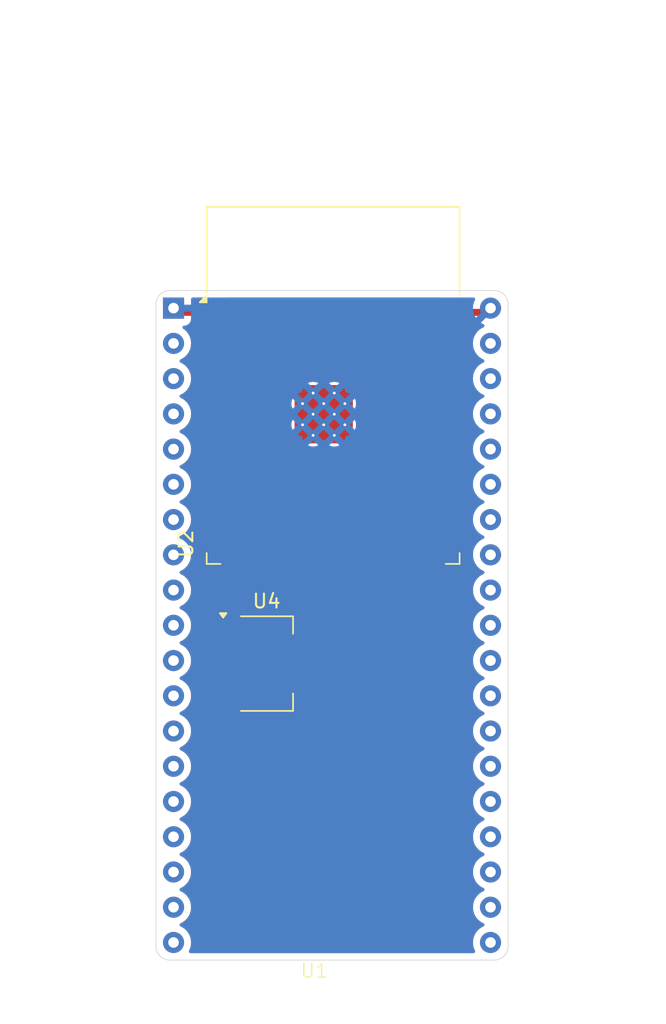
<source format=kicad_pcb>
(kicad_pcb (version 20240108) (generator "pcbnew") (generator_version "8.0")
  (layers (0 "F.Cu" signal) (31 "B.Cu" signal) (34 "B.Paste" user) (35 "F.Paste" user) (36 "B.SilkS" user "B.Silkscreen") (37 "F.SilkS" user "F.Silkscreen") (38 "B.Mask" user) (39 "F.Mask" user) (44 "Edge.Cuts" user))
  (net 0 "")
  (net 70 "/VIN")
  (net 71 "GND")
  (net 72 "/3V3")
  (footprint "Package_TO_SOT_SMD:SOT-223-3_TabPin2" (layer "F.Cu") (at 142.25 95.5)
    (property "Reference" "U4" (at 0 -4.5 0) (layer "F.SilkS"))
    (property "Value" "AMS1117-3.3")
    (fp_line (start -1.85 -3.41) (end 1.91 -3.41) (stroke (width 0.12)) (layer "F.SilkS"))
    (fp_line (start -1.85 3.41) (end 1.91 3.41) (stroke (width 0.12)) (layer "F.SilkS"))
    (fp_line (start 1.91 -3.41) (end 1.91 -2.15) (stroke (width 0.12)) (layer "F.SilkS"))
    (fp_line (start 1.91 3.41) (end 1.91 2.15) (stroke (width 0.12)) (layer "F.SilkS"))
    (fp_poly (pts (xy -3.13 -3.31) (xy -3.37 -3.64) (xy -2.89 -3.64) (xy -3.13 -3.31)) (stroke (width 0.12)) (fill solid) (layer "F.SilkS"))
    (pad "1" smd roundrect (at -3.15 -2.3) (size 2 1.5) (layers "F.Cu" "F.Paste" "F.Mask") (net 71 "GND"))
    (pad "2" smd roundrect (at -3.15 0) (size 2 1.5) (layers "F.Cu" "F.Paste" "F.Mask") (net 72 "/3V3"))
    (pad "2" smd roundrect (at 3.15 0) (size 2 3.8) (layers "F.Cu" "F.Paste" "F.Mask") (net 72 "/3V3"))
    (pad "3" smd roundrect (at -3.15 2.3) (size 2 1.5) (layers "F.Cu" "F.Paste" "F.Mask") (net 70 "/VIN"))
  )
  (footprint "Alexander Footprint Library:ESP32-WROOM-DevBoard_001" (layer "F.Cu") (at 145.7 118.14)
    (property "Reference" "U1" (at 0 -0.5 0) (layer "F.SilkS") (effects (font (thickness 0.1))))
    (property "Value" "~")
    (fp_line (start -11.43 -2.27) (end -11.43 -48.53) (stroke (width 0.05)) (layer "Edge.Cuts"))
    (fp_line (start -10.43 -49.53) (end 12.97 -49.53) (stroke (width 0.05)) (layer "Edge.Cuts"))
    (fp_line (start 12.97 -1.27) (end -10.43 -1.27) (stroke (width 0.05)) (layer "Edge.Cuts"))
    (fp_line (start 13.97 -48.53) (end 13.97 -2.27) (stroke (width 0.05)) (layer "Edge.Cuts"))
    (fp_arc (start -11.43 -48.53) (mid -11.137107 -49.237107) (end -10.43 -49.53) (stroke (width 0.05)) (layer "Edge.Cuts"))
    (fp_arc (start -10.43 -1.27) (mid -11.137107 -1.562893) (end -11.43 -2.27) (stroke (width 0.05)) (layer "Edge.Cuts"))
    (fp_arc (start 12.97 -49.53) (mid 13.677107 -49.237107) (end 13.97 -48.53) (stroke (width 0.05)) (layer "Edge.Cuts"))
    (fp_arc (start 13.97 -2.27) (mid 13.677107 -1.562893) (end 12.97 -1.27) (stroke (width 0.05)) (layer "Edge.Cuts"))
    (pad "1" thru_hole rect (at -10.16 -48.26) (size 1.524 1.524) (drill 0.762) (layers "*.Cu" "*.Mask") (net 71 "GND"))
    (pad "2" thru_hole circle (at -10.16 -45.72) (size 1.524 1.524) (drill 0.762) (layers "*.Cu" "*.Mask") (net 70 "/VIN"))
    (pad "3" thru_hole circle (at -10.16 -43.18) (size 1.524 1.524) (drill 0.762) (layers "*.Cu" "*.Mask"))
    (pad "4" thru_hole circle (at -10.16 -40.64) (size 1.524 1.524) (drill 0.762) (layers "*.Cu" "*.Mask"))
    (pad "5" thru_hole circle (at -10.16 -38.1) (size 1.524 1.524) (drill 0.762) (layers "*.Cu" "*.Mask"))
    (pad "6" thru_hole circle (at -10.16 -35.56) (size 1.524 1.524) (drill 0.762) (layers "*.Cu" "*.Mask"))
    (pad "7" thru_hole circle (at -10.16 -33.02) (size 1.524 1.524) (drill 0.762) (layers "*.Cu" "*.Mask"))
    (pad "8" thru_hole circle (at -10.16 -30.48) (size 1.524 1.524) (drill 0.762) (layers "*.Cu" "*.Mask"))
    (pad "9" thru_hole circle (at -10.16 -27.94) (size 1.524 1.524) (drill 0.762) (layers "*.Cu" "*.Mask"))
    (pad "10" thru_hole circle (at -10.16 -25.4) (size 1.524 1.524) (drill 0.762) (layers "*.Cu" "*.Mask"))
    (pad "11" thru_hole circle (at -10.16 -22.86) (size 1.524 1.524) (drill 0.762) (layers "*.Cu" "*.Mask"))
    (pad "12" thru_hole circle (at -10.16 -20.32) (size 1.524 1.524) (drill 0.762) (layers "*.Cu" "*.Mask"))
    (pad "13" thru_hole circle (at -10.16 -17.78) (size 1.524 1.524) (drill 0.762) (layers "*.Cu" "*.Mask"))
    (pad "14" thru_hole circle (at -10.16 -15.24) (size 1.524 1.524) (drill 0.762) (layers "*.Cu" "*.Mask"))
    (pad "15" thru_hole circle (at -10.16 -12.7) (size 1.524 1.524) (drill 0.762) (layers "*.Cu" "*.Mask"))
    (pad "16" thru_hole circle (at -10.16 -10.16) (size 1.524 1.524) (drill 0.762) (layers "*.Cu" "*.Mask"))
    (pad "17" thru_hole circle (at -10.16 -7.62) (size 1.524 1.524) (drill 0.762) (layers "*.Cu" "*.Mask"))
    (pad "18" thru_hole circle (at -10.16 -5.08) (size 1.524 1.524) (drill 0.762) (layers "*.Cu" "*.Mask"))
    (pad "19" thru_hole circle (at -10.16 -2.54) (size 1.524 1.524) (drill 0.762) (layers "*.Cu" "*.Mask"))
    (pad "20" thru_hole circle (at 12.7 -2.54) (size 1.524 1.524) (drill 0.762) (layers "*.Cu" "*.Mask"))
    (pad "21" thru_hole circle (at 12.7 -5.08) (size 1.524 1.524) (drill 0.762) (layers "*.Cu" "*.Mask"))
    (pad "22" thru_hole circle (at 12.7 -7.62) (size 1.524 1.524) (drill 0.762) (layers "*.Cu" "*.Mask"))
    (pad "23" thru_hole circle (at 12.7 -10.16) (size 1.524 1.524) (drill 0.762) (layers "*.Cu" "*.Mask"))
    (pad "24" thru_hole circle (at 12.7 -12.7) (size 1.524 1.524) (drill 0.762) (layers "*.Cu" "*.Mask"))
    (pad "25" thru_hole circle (at 12.7 -15.24) (size 1.524 1.524) (drill 0.762) (layers "*.Cu" "*.Mask"))
    (pad "26" thru_hole circle (at 12.7 -17.78) (size 1.524 1.524) (drill 0.762) (layers "*.Cu" "*.Mask"))
    (pad "27" thru_hole circle (at 12.7 -20.32) (size 1.524 1.524) (drill 0.762) (layers "*.Cu" "*.Mask"))
    (pad "28" thru_hole circle (at 12.7 -22.86) (size 1.524 1.524) (drill 0.762) (layers "*.Cu" "*.Mask"))
    (pad "29" thru_hole circle (at 12.7 -25.4) (size 1.524 1.524) (drill 0.762) (layers "*.Cu" "*.Mask"))
    (pad "30" thru_hole circle (at 12.7 -27.94) (size 1.524 1.524) (drill 0.762) (layers "*.Cu" "*.Mask"))
    (pad "31" thru_hole circle (at 12.7 -30.48) (size 1.524 1.524) (drill 0.762) (layers "*.Cu" "*.Mask"))
    (pad "32" thru_hole circle (at 12.7 -33.02) (size 1.524 1.524) (drill 0.762) (layers "*.Cu" "*.Mask"))
    (pad "33" thru_hole circle (at 12.7 -35.56) (size 1.524 1.524) (drill 0.762) (layers "*.Cu" "*.Mask"))
    (pad "34" thru_hole circle (at 12.7 -38.1) (size 1.524 1.524) (drill 0.762) (layers "*.Cu" "*.Mask"))
    (pad "35" thru_hole circle (at 12.7 -40.64) (size 1.524 1.524) (drill 0.762) (layers "*.Cu" "*.Mask"))
    (pad "36" thru_hole circle (at 12.7 -43.18) (size 1.524 1.524) (drill 0.762) (layers "*.Cu" "*.Mask"))
    (pad "37" thru_hole circle (at 12.7 -45.72) (size 1.524 1.524) (drill 0.762) (layers "*.Cu" "*.Mask"))
    (pad "38" thru_hole circle (at 12.7 -48.26) (size 1.524 1.524) (drill 0.762) (layers "*.Cu" "*.Mask") (net 71 "GND"))
  )
  (footprint "RF_Module:ESP32-WROOM-32" (layer "F.Cu") (at 147.05 78.435)
    (property "Reference" "U2" (at -10.61 8.43 90) (layer "F.SilkS"))
    (property "Value" "ESP32-WROOM-32")
    (fp_line (start -9.12 -15.86) (end -9.12 -9.7) (stroke (width 0.12)) (layer "F.SilkS"))
    (fp_line (start -9.12 -15.86) (end 9.12 -15.86) (stroke (width 0.12)) (layer "F.SilkS"))
    (fp_line (start -9.12 9.1) (end -9.12 9.88) (stroke (width 0.12)) (layer "F.SilkS"))
    (fp_line (start -9.12 9.88) (end -8.12 9.88) (stroke (width 0.12)) (layer "F.SilkS"))
    (fp_line (start 9.12 -15.86) (end 9.12 -9.445) (stroke (width 0.12)) (layer "F.SilkS"))
    (fp_line (start 9.12 9.1) (end 9.12 9.88) (stroke (width 0.12)) (layer "F.SilkS"))
    (fp_line (start 9.12 9.88) (end 8.12 9.88) (stroke (width 0.12)) (layer "F.SilkS"))
    (fp_poly (pts (xy -9.125 -8.975) (xy -9.625 -8.975) (xy -9.125 -9.475) (xy -9.125 -8.975)) (stroke (width 0.12)) (fill solid) (layer "F.SilkS"))
    (pad "1" smd rect (at -8.75 -8.25) (size 1.5 0.9) (layers "F.Cu" "F.Paste" "F.Mask") (net 71 "GND"))
    (pad "2" smd rect (at -8.75 -6.98) (size 1.5 0.9) (layers "F.Cu" "F.Paste" "F.Mask") (net 72 "/3V3"))
    (pad "3" smd rect (at -8.75 -5.71) (size 1.5 0.9) (layers "F.Cu" "F.Paste" "F.Mask"))
    (pad "4" smd rect (at -8.75 -4.44) (size 1.5 0.9) (layers "F.Cu" "F.Paste" "F.Mask"))
    (pad "5" smd rect (at -8.75 -3.17) (size 1.5 0.9) (layers "F.Cu" "F.Paste" "F.Mask"))
    (pad "6" smd rect (at -8.75 -1.9) (size 1.5 0.9) (layers "F.Cu" "F.Paste" "F.Mask"))
    (pad "7" smd rect (at -8.75 -0.63) (size 1.5 0.9) (layers "F.Cu" "F.Paste" "F.Mask"))
    (pad "8" smd rect (at -8.75 0.64) (size 1.5 0.9) (layers "F.Cu" "F.Paste" "F.Mask"))
    (pad "9" smd rect (at -8.75 1.91) (size 1.5 0.9) (layers "F.Cu" "F.Paste" "F.Mask"))
    (pad "10" smd rect (at -8.75 3.18) (size 1.5 0.9) (layers "F.Cu" "F.Paste" "F.Mask"))
    (pad "11" smd rect (at -8.75 4.45) (size 1.5 0.9) (layers "F.Cu" "F.Paste" "F.Mask"))
    (pad "12" smd rect (at -8.75 5.72) (size 1.5 0.9) (layers "F.Cu" "F.Paste" "F.Mask"))
    (pad "13" smd rect (at -8.75 6.99) (size 1.5 0.9) (layers "F.Cu" "F.Paste" "F.Mask"))
    (pad "14" smd rect (at -8.75 8.26) (size 1.5 0.9) (layers "F.Cu" "F.Paste" "F.Mask"))
    (pad "15" smd rect (at -5.71 9.51 90) (size 1.5 0.9) (layers "F.Cu" "F.Paste" "F.Mask") (net 71 "GND"))
    (pad "16" smd rect (at -4.44 9.51 90) (size 1.5 0.9) (layers "F.Cu" "F.Paste" "F.Mask"))
    (pad "17" smd rect (at -3.17 9.51 90) (size 1.5 0.9) (layers "F.Cu" "F.Paste" "F.Mask"))
    (pad "18" smd rect (at -1.9 9.51 90) (size 1.5 0.9) (layers "F.Cu" "F.Paste" "F.Mask"))
    (pad "19" smd rect (at -0.63 9.51 90) (size 1.5 0.9) (layers "F.Cu" "F.Paste" "F.Mask"))
    (pad "20" smd rect (at 0.64 9.51 90) (size 1.5 0.9) (layers "F.Cu" "F.Paste" "F.Mask"))
    (pad "21" smd rect (at 1.91 9.51 90) (size 1.5 0.9) (layers "F.Cu" "F.Paste" "F.Mask"))
    (pad "22" smd rect (at 3.18 9.51 90) (size 1.5 0.9) (layers "F.Cu" "F.Paste" "F.Mask"))
    (pad "23" smd rect (at 4.45 9.51 90) (size 1.5 0.9) (layers "F.Cu" "F.Paste" "F.Mask"))
    (pad "24" smd rect (at 5.72 9.51 90) (size 1.5 0.9) (layers "F.Cu" "F.Paste" "F.Mask"))
    (pad "25" smd rect (at 8.75 8.26) (size 1.5 0.9) (layers "F.Cu" "F.Paste" "F.Mask"))
    (pad "26" smd rect (at 8.75 6.99) (size 1.5 0.9) (layers "F.Cu" "F.Paste" "F.Mask"))
    (pad "27" smd rect (at 8.75 5.72) (size 1.5 0.9) (layers "F.Cu" "F.Paste" "F.Mask"))
    (pad "28" smd rect (at 8.75 4.45) (size 1.5 0.9) (layers "F.Cu" "F.Paste" "F.Mask"))
    (pad "29" smd rect (at 8.75 3.18) (size 1.5 0.9) (layers "F.Cu" "F.Paste" "F.Mask"))
    (pad "30" smd rect (at 8.75 1.91) (size 1.5 0.9) (layers "F.Cu" "F.Paste" "F.Mask"))
    (pad "31" smd rect (at 8.75 0.64) (size 1.5 0.9) (layers "F.Cu" "F.Paste" "F.Mask"))
    (pad "32" smd rect (at 8.75 -0.63) (size 1.5 0.9) (layers "F.Cu" "F.Paste" "F.Mask"))
    (pad "33" smd rect (at 8.75 -1.9) (size 1.5 0.9) (layers "F.Cu" "F.Paste" "F.Mask"))
    (pad "34" smd rect (at 8.75 -3.17) (size 1.5 0.9) (layers "F.Cu" "F.Paste" "F.Mask"))
    (pad "35" smd rect (at 8.75 -4.44) (size 1.5 0.9) (layers "F.Cu" "F.Paste" "F.Mask"))
    (pad "36" smd rect (at 8.75 -5.71) (size 1.5 0.9) (layers "F.Cu" "F.Paste" "F.Mask"))
    (pad "37" smd rect (at 8.75 -6.98) (size 1.5 0.9) (layers "F.Cu" "F.Paste" "F.Mask"))
    (pad "38" smd rect (at 8.75 -8.25) (size 1.5 0.9) (layers "F.Cu" "F.Paste" "F.Mask") (net 71 "GND"))
    (pad "39" smd rect (at -2.205 -2.435) (size 1.05 1.05) (layers "F.Cu" "F.Paste") (net 71 "GND"))
    (pad "39" thru_hole circle (at -2.205 -1.6725) (size 0.6 0.6) (drill 0.2) (property pad_prop_heatsink) (layers "*.Cu" "F.Mask") (net 71 "GND"))
    (pad "39" smd rect (at -2.205 -0.91) (size 1.05 1.05) (layers "F.Cu" "F.Paste") (net 71 "GND"))
    (pad "39" thru_hole circle (at -2.205 -0.1475) (size 0.6 0.6) (drill 0.2) (property pad_prop_heatsink) (layers "*.Cu" "F.Mask") (net 71 "GND"))
    (pad "39" smd rect (at -2.205 0.615) (size 1.05 1.05) (layers "F.Cu" "F.Paste") (net 71 "GND"))
    (pad "39" thru_hole circle (at -1.4425 -2.435) (size 0.6 0.6) (drill 0.2) (property pad_prop_heatsink) (layers "*.Cu" "F.Mask") (net 71 "GND"))
    (pad "39" thru_hole circle (at -1.4425 -0.91) (size 0.6 0.6) (drill 0.2) (property pad_prop_heatsink) (layers "*.Cu" "F.Mask") (net 71 "GND"))
    (pad "39" thru_hole circle (at -1.4425 0.615) (size 0.6 0.6) (drill 0.2) (property pad_prop_heatsink) (layers "*.Cu" "F.Mask") (net 71 "GND"))
    (pad "39" smd rect (at -0.68 -2.435) (size 1.05 1.05) (layers "F.Cu" "F.Paste") (net 71 "GND"))
    (pad "39" thru_hole circle (at -0.68 -1.6725) (size 0.6 0.6) (drill 0.2) (property pad_prop_heatsink) (layers "*.Cu" "F.Mask") (net 71 "GND"))
    (pad "39" smd rect (at -0.68 -0.91) (size 1.05 1.05) (layers "F.Cu" "F.Paste") (net 71 "GND"))
    (pad "39" smd rect (at -0.68 -0.91) (size 4.2 4.2) (layers "F.Cu" "F.Mask") (net 71 "GND"))
    (pad "39" thru_hole circle (at -0.68 -0.1475) (size 0.6 0.6) (drill 0.2) (property pad_prop_heatsink) (layers "*.Cu" "F.Mask") (net 71 "GND"))
    (pad "39" smd rect (at -0.68 0.615) (size 1.05 1.05) (layers "F.Cu" "F.Paste") (net 71 "GND"))
    (pad "39" thru_hole circle (at 0.0825 -2.435) (size 0.6 0.6) (drill 0.2) (property pad_prop_heatsink) (layers "*.Cu" "F.Mask") (net 71 "GND"))
    (pad "39" thru_hole circle (at 0.0825 -0.91) (size 0.6 0.6) (drill 0.2) (property pad_prop_heatsink) (layers "*.Cu" "F.Mask") (net 71 "GND"))
    (pad "39" thru_hole circle (at 0.0825 0.615) (size 0.6 0.6) (drill 0.2) (property pad_prop_heatsink) (layers "*.Cu" "F.Mask") (net 71 "GND"))
    (pad "39" smd rect (at 0.845 -2.435) (size 1.05 1.05) (layers "F.Cu" "F.Paste") (net 71 "GND"))
    (pad "39" thru_hole circle (at 0.845 -1.6725) (size 0.6 0.6) (drill 0.2) (property pad_prop_heatsink) (layers "*.Cu" "F.Mask") (net 71 "GND"))
    (pad "39" smd rect (at 0.845 -0.91) (size 1.05 1.05) (layers "F.Cu" "F.Paste") (net 71 "GND"))
    (pad "39" thru_hole circle (at 0.845 -0.1475) (size 0.6 0.6) (drill 0.2) (property pad_prop_heatsink) (layers "*.Cu" "F.Mask") (net 71 "GND"))
    (pad "39" smd rect (at 0.845 0.615) (size 1.05 1.05) (layers "F.Cu" "F.Paste") (net 71 "GND"))
    (zone (net 0) (net_name "") (layers "F.Cu" "In1.Cu" "B.Cu") (connect_pads (clearance 0)) (min_thickness 0.254)
      (keepout (tracks not_allowed) (vias not_allowed) (pads not_allowed) (copperpour not_allowed) (footprints not_allowed))
      (fill (thermal_gap 0.508) (thermal_bridge_width 0.508))
      (polygon (pts (xy 123.05 68.635) (xy 171.05 68.635) (xy 171.05 47.695) (xy 123.05 47.695)))
    )
  )
  (segment (start 158.095 70.185) (end 158.4 69.88) (width 0.2) (layer "F.Cu") (net 71))
  (segment (start 155.8 70.185) (end 158.095 70.185) (width 0.5) (layer "F.Cu") (net 71))
  (segment (start 135.845 70.185) (end 135.54 69.88) (width 0.2) (layer "F.Cu") (net 71))
  (segment (start 138.3 70.185) (end 135.845 70.185) (width 0.5) (layer "F.Cu") (net 71))
  (zone (net 71) (net_name "GND") (layer "F.Cu") (connect_pads (clearance 0.5)) (min_thickness 0.25) (fill yes (thermal_gap 0.5) (thermal_bridge_width 0.5))
    (polygon (pts (xy 134.2 68.6) (xy 159.9 68.6) (xy 159.9 116.9) (xy 134.2 117)))
  )
  (zone (net 71) (net_name "GND") (layer "B.Cu") (priority 1) (connect_pads (clearance 0.5)) (min_thickness 0.25) (fill yes (thermal_gap 0.5) (thermal_bridge_width 0.5))
    (polygon (pts (xy 134.1 68.6) (xy 159.9 68.6) (xy 160 116.9) (xy 134.2 116.8)))
  )
)
</source>
